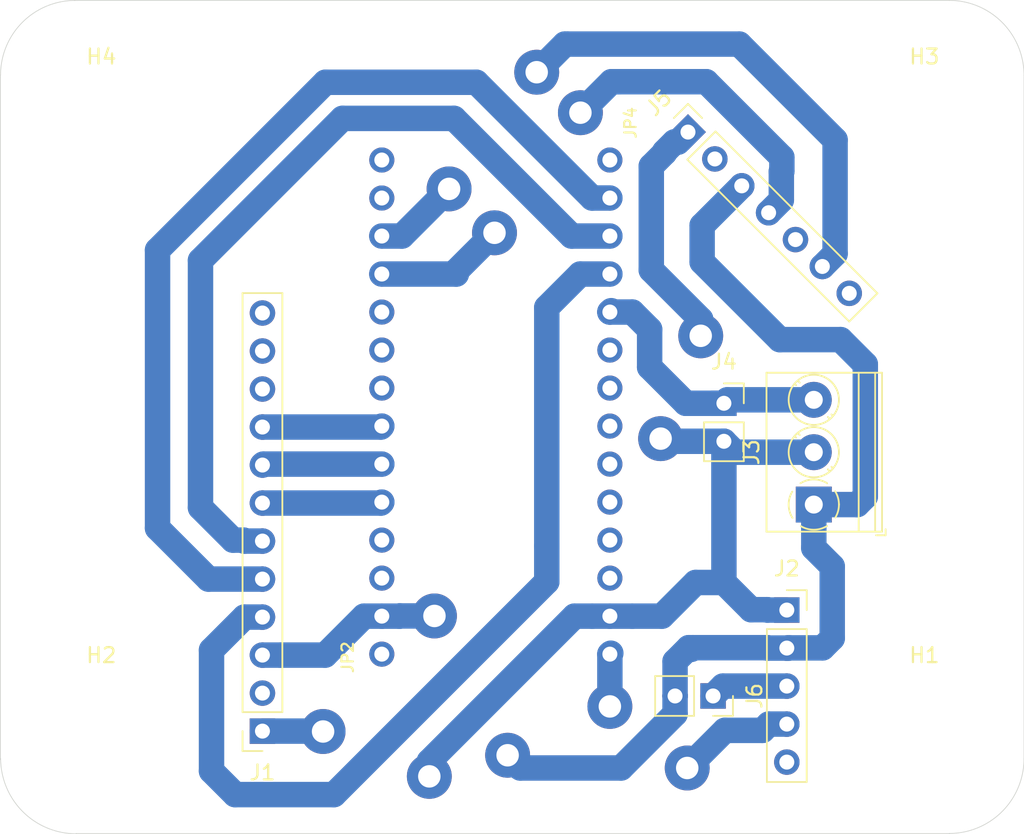
<source format=kicad_pcb>
(kicad_pcb (version 20171130) (host pcbnew 5.0.2-bee76a0~70~ubuntu18.04.1)

  (general
    (thickness 1.6)
    (drawings 8)
    (tracks 141)
    (zones 0)
    (modules 12)
    (nets 14)
  )

  (page A4)
  (layers
    (0 Top signal)
    (1 Route2 signal)
    (2 Route15 signal)
    (31 Bottom signal)
    (32 B.Adhes user)
    (33 F.Adhes user)
    (34 B.Paste user)
    (35 F.Paste user)
    (36 B.SilkS user)
    (37 F.SilkS user)
    (38 B.Mask user)
    (39 F.Mask user)
    (40 Dwgs.User user)
    (41 Cmts.User user)
    (42 Eco1.User user)
    (43 Eco2.User user)
    (44 Edge.Cuts user)
    (45 Margin user)
    (46 B.CrtYd user)
    (47 F.CrtYd user)
    (48 B.Fab user)
    (49 F.Fab user)
  )

  (setup
    (last_trace_width 1.7)
    (user_trace_width 1.7)
    (user_trace_width 3)
    (trace_clearance 0.2)
    (zone_clearance 0.508)
    (zone_45_only no)
    (trace_min 0.2)
    (segment_width 0.2)
    (edge_width 0.05)
    (via_size 0.8)
    (via_drill 0.4)
    (via_min_size 0.4)
    (via_min_drill 0.3)
    (user_via 3 1.5)
    (uvia_size 0.3)
    (uvia_drill 0.1)
    (uvias_allowed no)
    (uvia_min_size 0.2)
    (uvia_min_drill 0.1)
    (pcb_text_width 0.3)
    (pcb_text_size 1.5 1.5)
    (mod_edge_width 0.12)
    (mod_text_size 1 1)
    (mod_text_width 0.15)
    (pad_size 1.524 1.524)
    (pad_drill 0.762)
    (pad_to_mask_clearance 0.051)
    (solder_mask_min_width 0.25)
    (aux_axis_origin 57.4802 89.4842)
    (visible_elements FFFFFF7F)
    (pcbplotparams
      (layerselection 0x01000_fffffff8)
      (usegerberextensions false)
      (usegerberattributes false)
      (usegerberadvancedattributes false)
      (creategerberjobfile false)
      (excludeedgelayer true)
      (linewidth 0.100000)
      (plotframeref false)
      (viasonmask false)
      (mode 1)
      (useauxorigin true)
      (hpglpennumber 1)
      (hpglpenspeed 20)
      (hpglpendiameter 15.000000)
      (psnegative false)
      (psa4output false)
      (plotreference true)
      (plotvalue true)
      (plotinvisibletext false)
      (padsonsilk false)
      (subtractmaskfromsilk false)
      (outputformat 1)
      (mirror false)
      (drillshape 0)
      (scaleselection 1)
      (outputdirectory "milling/"))
  )

  (net 0 "")
  (net 1 GND)
  (net 2 MOSI)
  (net 3 MISO)
  (net 4 SCK)
  (net 5 +3V3)
  (net 6 E_CS)
  (net 7 E_BUSY)
  (net 8 E_~RST)
  (net 9 DRV)
  (net 10 SCL)
  (net 11 SDA)
  (net 12 DELAY)
  (net 13 A5)

  (net_class Default "This is the default net class."
    (clearance 0.2)
    (trace_width 0.25)
    (via_dia 0.8)
    (via_drill 0.4)
    (uvia_dia 0.3)
    (uvia_drill 0.1)
    (add_net +3V3)
    (add_net A5)
    (add_net DELAY)
    (add_net DRV)
    (add_net E_BUSY)
    (add_net E_CS)
    (add_net E_~RST)
    (add_net GND)
    (add_net MISO)
    (add_net MOSI)
    (add_net SCK)
    (add_net SCL)
    (add_net SDA)
  )

  (module ib4:1X14_ROUND70 (layer Top) (tedit 0) (tstamp 5DA2F3C6)
    (at 83.7438 59.7154 90)
    (path /FA93C76E)
    (fp_text reference JP2 (at -17.8562 -1.8288 90) (layer F.SilkS)
      (effects (font (size 0.77216 0.77216) (thickness 0.138988)) (justify left bottom))
    )
    (fp_text value HEADER-1X14 (at -17.78 3.175 90) (layer F.Fab)
      (effects (font (size 0.38608 0.38608) (thickness 0.038608)) (justify left bottom))
    )
    (fp_poly (pts (xy 16.256 0.254) (xy 16.764 0.254) (xy 16.764 -0.254) (xy 16.256 -0.254)) (layer F.Fab) (width 0))
    (fp_poly (pts (xy 13.716 0.254) (xy 14.224 0.254) (xy 14.224 -0.254) (xy 13.716 -0.254)) (layer F.Fab) (width 0))
    (fp_poly (pts (xy 11.176 0.254) (xy 11.684 0.254) (xy 11.684 -0.254) (xy 11.176 -0.254)) (layer F.Fab) (width 0))
    (fp_poly (pts (xy 8.636 0.254) (xy 9.144 0.254) (xy 9.144 -0.254) (xy 8.636 -0.254)) (layer F.Fab) (width 0))
    (fp_poly (pts (xy 6.096 0.254) (xy 6.604 0.254) (xy 6.604 -0.254) (xy 6.096 -0.254)) (layer F.Fab) (width 0))
    (fp_poly (pts (xy -16.764 0.254) (xy -16.256 0.254) (xy -16.256 -0.254) (xy -16.764 -0.254)) (layer F.Fab) (width 0))
    (fp_poly (pts (xy -14.224 0.254) (xy -13.716 0.254) (xy -13.716 -0.254) (xy -14.224 -0.254)) (layer F.Fab) (width 0))
    (fp_poly (pts (xy -11.684 0.254) (xy -11.176 0.254) (xy -11.176 -0.254) (xy -11.684 -0.254)) (layer F.Fab) (width 0))
    (fp_poly (pts (xy -9.144 0.254) (xy -8.636 0.254) (xy -8.636 -0.254) (xy -9.144 -0.254)) (layer F.Fab) (width 0))
    (fp_poly (pts (xy -6.604 0.254) (xy -6.096 0.254) (xy -6.096 -0.254) (xy -6.604 -0.254)) (layer F.Fab) (width 0))
    (fp_poly (pts (xy -4.064 0.254) (xy -3.556 0.254) (xy -3.556 -0.254) (xy -4.064 -0.254)) (layer F.Fab) (width 0))
    (fp_poly (pts (xy -1.524 0.254) (xy -1.016 0.254) (xy -1.016 -0.254) (xy -1.524 -0.254)) (layer F.Fab) (width 0))
    (fp_poly (pts (xy 1.016 0.254) (xy 1.524 0.254) (xy 1.524 -0.254) (xy 1.016 -0.254)) (layer F.Fab) (width 0))
    (fp_poly (pts (xy 3.556 0.254) (xy 4.064 0.254) (xy 4.064 -0.254) (xy 3.556 -0.254)) (layer F.Fab) (width 0))
    (fp_line (start -17.78 -0.635) (end -17.78 0.635) (layer F.Fab) (width 0.2032))
    (pad 14 thru_hole circle (at 16.51 0 180) (size 1.6764 1.6764) (drill 1) (layers *.Cu *.Mask)
      (solder_mask_margin 0.0508))
    (pad 13 thru_hole circle (at 13.97 0 180) (size 1.6764 1.6764) (drill 1) (layers *.Cu *.Mask)
      (solder_mask_margin 0.0508))
    (pad 12 thru_hole circle (at 11.43 0 180) (size 1.6764 1.6764) (drill 1) (layers *.Cu *.Mask)
      (net 11 SDA) (solder_mask_margin 0.0508))
    (pad 11 thru_hole circle (at 8.89 0 180) (size 1.6764 1.6764) (drill 1) (layers *.Cu *.Mask)
      (net 10 SCL) (solder_mask_margin 0.0508))
    (pad 10 thru_hole circle (at 6.35 0 180) (size 1.6764 1.6764) (drill 1) (layers *.Cu *.Mask)
      (solder_mask_margin 0.0508))
    (pad 9 thru_hole circle (at 3.81 0 180) (size 1.6764 1.6764) (drill 1) (layers *.Cu *.Mask)
      (solder_mask_margin 0.0508))
    (pad 8 thru_hole circle (at 1.27 0 180) (size 1.6764 1.6764) (drill 1) (layers *.Cu *.Mask)
      (solder_mask_margin 0.0508))
    (pad 7 thru_hole circle (at -1.27 0 180) (size 1.6764 1.6764) (drill 1) (layers *.Cu *.Mask)
      (net 8 E_~RST) (solder_mask_margin 0.0508))
    (pad 6 thru_hole circle (at -3.81 0 180) (size 1.6764 1.6764) (drill 1) (layers *.Cu *.Mask)
      (net 7 E_BUSY) (solder_mask_margin 0.0508))
    (pad 5 thru_hole circle (at -6.35 0 180) (size 1.6764 1.6764) (drill 1) (layers *.Cu *.Mask)
      (net 6 E_CS) (solder_mask_margin 0.0508))
    (pad 4 thru_hole circle (at -8.89 0 180) (size 1.6764 1.6764) (drill 1) (layers *.Cu *.Mask)
      (solder_mask_margin 0.0508))
    (pad 3 thru_hole circle (at -11.43 0 180) (size 1.6764 1.6764) (drill 1) (layers *.Cu *.Mask)
      (solder_mask_margin 0.0508))
    (pad 2 thru_hole circle (at -13.97 0 180) (size 1.6764 1.6764) (drill 1) (layers *.Cu *.Mask)
      (net 1 GND) (solder_mask_margin 0.0508))
    (pad 1 thru_hole circle (at -16.51 0 180) (size 1.6764 1.6764) (drill 1) (layers *.Cu *.Mask)
      (solder_mask_margin 0.0508))
  )

  (module ib4:1X14_ROUND70 (layer Top) (tedit 0) (tstamp 5DA2F426)
    (at 98.9838 59.7154 270)
    (path /47274FB3)
    (fp_text reference JP4 (at -17.8562 -1.8288 90) (layer F.SilkS)
      (effects (font (size 0.77216 0.77216) (thickness 0.138988)) (justify left bottom))
    )
    (fp_text value HEADER-1X14 (at -17.78 3.175 90) (layer F.Fab)
      (effects (font (size 0.38608 0.38608) (thickness 0.038608)) (justify left bottom))
    )
    (fp_poly (pts (xy 16.256 0.254) (xy 16.764 0.254) (xy 16.764 -0.254) (xy 16.256 -0.254)) (layer F.Fab) (width 0))
    (fp_poly (pts (xy 13.716 0.254) (xy 14.224 0.254) (xy 14.224 -0.254) (xy 13.716 -0.254)) (layer F.Fab) (width 0))
    (fp_poly (pts (xy 11.176 0.254) (xy 11.684 0.254) (xy 11.684 -0.254) (xy 11.176 -0.254)) (layer F.Fab) (width 0))
    (fp_poly (pts (xy 8.636 0.254) (xy 9.144 0.254) (xy 9.144 -0.254) (xy 8.636 -0.254)) (layer F.Fab) (width 0))
    (fp_poly (pts (xy 6.096 0.254) (xy 6.604 0.254) (xy 6.604 -0.254) (xy 6.096 -0.254)) (layer F.Fab) (width 0))
    (fp_poly (pts (xy -16.764 0.254) (xy -16.256 0.254) (xy -16.256 -0.254) (xy -16.764 -0.254)) (layer F.Fab) (width 0))
    (fp_poly (pts (xy -14.224 0.254) (xy -13.716 0.254) (xy -13.716 -0.254) (xy -14.224 -0.254)) (layer F.Fab) (width 0))
    (fp_poly (pts (xy -11.684 0.254) (xy -11.176 0.254) (xy -11.176 -0.254) (xy -11.684 -0.254)) (layer F.Fab) (width 0))
    (fp_poly (pts (xy -9.144 0.254) (xy -8.636 0.254) (xy -8.636 -0.254) (xy -9.144 -0.254)) (layer F.Fab) (width 0))
    (fp_poly (pts (xy -6.604 0.254) (xy -6.096 0.254) (xy -6.096 -0.254) (xy -6.604 -0.254)) (layer F.Fab) (width 0))
    (fp_poly (pts (xy -4.064 0.254) (xy -3.556 0.254) (xy -3.556 -0.254) (xy -4.064 -0.254)) (layer F.Fab) (width 0))
    (fp_poly (pts (xy -1.524 0.254) (xy -1.016 0.254) (xy -1.016 -0.254) (xy -1.524 -0.254)) (layer F.Fab) (width 0))
    (fp_poly (pts (xy 1.016 0.254) (xy 1.524 0.254) (xy 1.524 -0.254) (xy 1.016 -0.254)) (layer F.Fab) (width 0))
    (fp_poly (pts (xy 3.556 0.254) (xy 4.064 0.254) (xy 4.064 -0.254) (xy 3.556 -0.254)) (layer F.Fab) (width 0))
    (fp_line (start -17.78 -0.635) (end -17.78 0.635) (layer F.Fab) (width 0.2032))
    (pad 14 thru_hole circle (at 16.51 0) (size 1.6764 1.6764) (drill 1) (layers *.Cu *.Mask)
      (net 9 DRV) (solder_mask_margin 0.0508))
    (pad 13 thru_hole circle (at 13.97 0) (size 1.6764 1.6764) (drill 1) (layers *.Cu *.Mask)
      (net 5 +3V3) (solder_mask_margin 0.0508))
    (pad 12 thru_hole circle (at 11.43 0) (size 1.6764 1.6764) (drill 1) (layers *.Cu *.Mask)
      (solder_mask_margin 0.0508))
    (pad 11 thru_hole circle (at 8.89 0) (size 1.6764 1.6764) (drill 1) (layers *.Cu *.Mask)
      (solder_mask_margin 0.0508))
    (pad 10 thru_hole circle (at 6.35 0) (size 1.6764 1.6764) (drill 1) (layers *.Cu *.Mask)
      (solder_mask_margin 0.0508))
    (pad 9 thru_hole circle (at 3.81 0) (size 1.6764 1.6764) (drill 1) (layers *.Cu *.Mask)
      (solder_mask_margin 0.0508))
    (pad 8 thru_hole circle (at 1.27 0) (size 1.6764 1.6764) (drill 1) (layers *.Cu *.Mask)
      (solder_mask_margin 0.0508))
    (pad 7 thru_hole circle (at -1.27 0) (size 1.6764 1.6764) (drill 1) (layers *.Cu *.Mask)
      (solder_mask_margin 0.0508))
    (pad 6 thru_hole circle (at -3.81 0) (size 1.6764 1.6764) (drill 1) (layers *.Cu *.Mask)
      (solder_mask_margin 0.0508))
    (pad 5 thru_hole circle (at -6.35 0) (size 1.6764 1.6764) (drill 1) (layers *.Cu *.Mask)
      (net 13 A5) (solder_mask_margin 0.0508))
    (pad 4 thru_hole circle (at -8.89 0) (size 1.6764 1.6764) (drill 1) (layers *.Cu *.Mask)
      (net 4 SCK) (solder_mask_margin 0.0508))
    (pad 3 thru_hole circle (at -11.43 0) (size 1.6764 1.6764) (drill 1) (layers *.Cu *.Mask)
      (net 2 MOSI) (solder_mask_margin 0.0508))
    (pad 2 thru_hole circle (at -13.97 0) (size 1.6764 1.6764) (drill 1) (layers *.Cu *.Mask)
      (net 3 MISO) (solder_mask_margin 0.0508))
    (pad 1 thru_hole circle (at -16.51 0) (size 1.6764 1.6764) (drill 1) (layers *.Cu *.Mask)
      (solder_mask_margin 0.0508))
  )

  (module Connector_PinSocket_2.54mm:PinSocket_1x12_P2.54mm_Vertical (layer Top) (tedit 5A19A41D) (tstamp 5DA2F485)
    (at 75.7682 81.3689 180)
    (descr "Through hole straight socket strip, 1x12, 2.54mm pitch, single row (from Kicad 4.0.7), script generated")
    (tags "Through hole socket strip THT 1x12 2.54mm single row")
    (path /5D953D46)
    (fp_text reference J1 (at 0 -2.77) (layer F.SilkS)
      (effects (font (size 1 1) (thickness 0.15)))
    )
    (fp_text value Conn_01x12_Female (at 0 30.71) (layer F.Fab)
      (effects (font (size 1 1) (thickness 0.15)))
    )
    (fp_line (start -1.27 -1.27) (end 0.635 -1.27) (layer F.Fab) (width 0.1))
    (fp_line (start 0.635 -1.27) (end 1.27 -0.635) (layer F.Fab) (width 0.1))
    (fp_line (start 1.27 -0.635) (end 1.27 29.21) (layer F.Fab) (width 0.1))
    (fp_line (start 1.27 29.21) (end -1.27 29.21) (layer F.Fab) (width 0.1))
    (fp_line (start -1.27 29.21) (end -1.27 -1.27) (layer F.Fab) (width 0.1))
    (fp_line (start -1.33 1.27) (end 1.33 1.27) (layer F.SilkS) (width 0.12))
    (fp_line (start -1.33 1.27) (end -1.33 29.27) (layer F.SilkS) (width 0.12))
    (fp_line (start -1.33 29.27) (end 1.33 29.27) (layer F.SilkS) (width 0.12))
    (fp_line (start 1.33 1.27) (end 1.33 29.27) (layer F.SilkS) (width 0.12))
    (fp_line (start 1.33 -1.33) (end 1.33 0) (layer F.SilkS) (width 0.12))
    (fp_line (start 0 -1.33) (end 1.33 -1.33) (layer F.SilkS) (width 0.12))
    (fp_line (start -1.8 -1.8) (end 1.75 -1.8) (layer F.CrtYd) (width 0.05))
    (fp_line (start 1.75 -1.8) (end 1.75 29.7) (layer F.CrtYd) (width 0.05))
    (fp_line (start 1.75 29.7) (end -1.8 29.7) (layer F.CrtYd) (width 0.05))
    (fp_line (start -1.8 29.7) (end -1.8 -1.8) (layer F.CrtYd) (width 0.05))
    (fp_text user %R (at 0 13.97 90) (layer F.Fab)
      (effects (font (size 1 1) (thickness 0.15)))
    )
    (pad 1 thru_hole rect (at 0 0 180) (size 1.7 1.7) (drill 1) (layers *.Cu *.Mask)
      (net 5 +3V3))
    (pad 2 thru_hole oval (at 0 2.54 180) (size 1.7 1.7) (drill 1) (layers *.Cu *.Mask))
    (pad 3 thru_hole oval (at 0 5.08 180) (size 1.7 1.7) (drill 1) (layers *.Cu *.Mask)
      (net 1 GND))
    (pad 4 thru_hole oval (at 0 7.62 180) (size 1.7 1.7) (drill 1) (layers *.Cu *.Mask)
      (net 4 SCK))
    (pad 5 thru_hole oval (at 0 10.16 180) (size 1.7 1.7) (drill 1) (layers *.Cu *.Mask)
      (net 3 MISO))
    (pad 6 thru_hole oval (at 0 12.7 180) (size 1.7 1.7) (drill 1) (layers *.Cu *.Mask)
      (net 2 MOSI))
    (pad 7 thru_hole oval (at 0 15.24 180) (size 1.7 1.7) (drill 1) (layers *.Cu *.Mask)
      (net 6 E_CS))
    (pad 8 thru_hole oval (at 0 17.78 180) (size 1.7 1.7) (drill 1) (layers *.Cu *.Mask)
      (net 7 E_BUSY))
    (pad 9 thru_hole oval (at 0 20.32 180) (size 1.7 1.7) (drill 1) (layers *.Cu *.Mask)
      (net 8 E_~RST))
    (pad 10 thru_hole oval (at 0 22.86 180) (size 1.7 1.7) (drill 1) (layers *.Cu *.Mask))
    (pad 11 thru_hole oval (at 0 25.4 180) (size 1.7 1.7) (drill 1) (layers *.Cu *.Mask))
    (pad 12 thru_hole oval (at 0 27.94 180) (size 1.7 1.7) (drill 1) (layers *.Cu *.Mask))
    (model ${KISYS3DMOD}/Connector_PinSocket_2.54mm.3dshapes/PinSocket_1x12_P2.54mm_Vertical.wrl
      (at (xyz 0 0 0))
      (scale (xyz 1 1 1))
      (rotate (xyz 0 0 0))
    )
  )

  (module MountingHole:MountingHole_2.7mm_M2.5 (layer Top) (tedit 56D1B4CB) (tstamp 5DA30698)
    (at 120 80)
    (descr "Mounting Hole 2.7mm, no annular, M2.5")
    (tags "mounting hole 2.7mm no annular m2.5")
    (path /5D99EBDD)
    (attr virtual)
    (fp_text reference H1 (at 0 -3.7) (layer F.SilkS)
      (effects (font (size 1 1) (thickness 0.15)))
    )
    (fp_text value MountingHole (at 0 3.7) (layer F.Fab)
      (effects (font (size 1 1) (thickness 0.15)))
    )
    (fp_text user %R (at 0.3 0) (layer F.Fab)
      (effects (font (size 1 1) (thickness 0.15)))
    )
    (fp_circle (center 0 0) (end 2.7 0) (layer Cmts.User) (width 0.15))
    (fp_circle (center 0 0) (end 2.95 0) (layer F.CrtYd) (width 0.05))
    (pad 1 np_thru_hole circle (at 0 0) (size 2.7 2.7) (drill 2.7) (layers *.Cu *.Mask))
  )

  (module MountingHole:MountingHole_2.7mm_M2.5 (layer Top) (tedit 56D1B4CB) (tstamp 5D926E42)
    (at 65 80)
    (descr "Mounting Hole 2.7mm, no annular, M2.5")
    (tags "mounting hole 2.7mm no annular m2.5")
    (path /5D99FC38)
    (attr virtual)
    (fp_text reference H2 (at 0 -3.7) (layer F.SilkS)
      (effects (font (size 1 1) (thickness 0.15)))
    )
    (fp_text value MountingHole (at 0 3.7) (layer F.Fab)
      (effects (font (size 1 1) (thickness 0.15)))
    )
    (fp_circle (center 0 0) (end 2.95 0) (layer F.CrtYd) (width 0.05))
    (fp_circle (center 0 0) (end 2.7 0) (layer Cmts.User) (width 0.15))
    (fp_text user %R (at 0.3 0) (layer F.Fab)
      (effects (font (size 1 1) (thickness 0.15)))
    )
    (pad 1 np_thru_hole circle (at 0 0) (size 2.7 2.7) (drill 2.7) (layers *.Cu *.Mask))
  )

  (module MountingHole:MountingHole_2.7mm_M2.5 (layer Top) (tedit 56D1B4CB) (tstamp 5DA3066C)
    (at 120 40)
    (descr "Mounting Hole 2.7mm, no annular, M2.5")
    (tags "mounting hole 2.7mm no annular m2.5")
    (path /5D99FE70)
    (attr virtual)
    (fp_text reference H3 (at 0 -3.7) (layer F.SilkS)
      (effects (font (size 1 1) (thickness 0.15)))
    )
    (fp_text value MountingHole (at 0 3.7) (layer F.Fab)
      (effects (font (size 1 1) (thickness 0.15)))
    )
    (fp_text user %R (at 0.3 0) (layer F.Fab)
      (effects (font (size 1 1) (thickness 0.15)))
    )
    (fp_circle (center 0 0) (end 2.7 0) (layer Cmts.User) (width 0.15))
    (fp_circle (center 0 0) (end 2.95 0) (layer F.CrtYd) (width 0.05))
    (pad 1 np_thru_hole circle (at 0 0) (size 2.7 2.7) (drill 2.7) (layers *.Cu *.Mask))
  )

  (module MountingHole:MountingHole_2.7mm_M2.5 (layer Top) (tedit 56D1B4CB) (tstamp 5D926E57)
    (at 65 40)
    (descr "Mounting Hole 2.7mm, no annular, M2.5")
    (tags "mounting hole 2.7mm no annular m2.5")
    (path /5D99FFF4)
    (attr virtual)
    (fp_text reference H4 (at 0 -3.7) (layer F.SilkS)
      (effects (font (size 1 1) (thickness 0.15)))
    )
    (fp_text value MountingHole (at 0 3.7) (layer F.Fab)
      (effects (font (size 1 1) (thickness 0.15)))
    )
    (fp_circle (center 0 0) (end 2.95 0) (layer F.CrtYd) (width 0.05))
    (fp_circle (center 0 0) (end 2.7 0) (layer Cmts.User) (width 0.15))
    (fp_text user %R (at 0.3 0) (layer F.Fab)
      (effects (font (size 1 1) (thickness 0.15)))
    )
    (pad 1 np_thru_hole circle (at 0 0) (size 2.7 2.7) (drill 2.7) (layers *.Cu *.Mask))
  )

  (module Connector_PinSocket_2.54mm:PinSocket_1x05_P2.54mm_Vertical (layer Top) (tedit 5A19A420) (tstamp 5DA2F628)
    (at 110.8075 73.279)
    (descr "Through hole straight socket strip, 1x05, 2.54mm pitch, single row (from Kicad 4.0.7), script generated")
    (tags "Through hole socket strip THT 1x05 2.54mm single row")
    (path /5D971FDA)
    (fp_text reference J2 (at 0 -2.77) (layer F.SilkS)
      (effects (font (size 1 1) (thickness 0.15)))
    )
    (fp_text value Conn_01x05_Female (at 0 12.93) (layer F.Fab)
      (effects (font (size 1 1) (thickness 0.15)))
    )
    (fp_line (start -1.27 -1.27) (end 0.635 -1.27) (layer F.Fab) (width 0.1))
    (fp_line (start 0.635 -1.27) (end 1.27 -0.635) (layer F.Fab) (width 0.1))
    (fp_line (start 1.27 -0.635) (end 1.27 11.43) (layer F.Fab) (width 0.1))
    (fp_line (start 1.27 11.43) (end -1.27 11.43) (layer F.Fab) (width 0.1))
    (fp_line (start -1.27 11.43) (end -1.27 -1.27) (layer F.Fab) (width 0.1))
    (fp_line (start -1.33 1.27) (end 1.33 1.27) (layer F.SilkS) (width 0.12))
    (fp_line (start -1.33 1.27) (end -1.33 11.49) (layer F.SilkS) (width 0.12))
    (fp_line (start -1.33 11.49) (end 1.33 11.49) (layer F.SilkS) (width 0.12))
    (fp_line (start 1.33 1.27) (end 1.33 11.49) (layer F.SilkS) (width 0.12))
    (fp_line (start 1.33 -1.33) (end 1.33 0) (layer F.SilkS) (width 0.12))
    (fp_line (start 0 -1.33) (end 1.33 -1.33) (layer F.SilkS) (width 0.12))
    (fp_line (start -1.8 -1.8) (end 1.75 -1.8) (layer F.CrtYd) (width 0.05))
    (fp_line (start 1.75 -1.8) (end 1.75 11.9) (layer F.CrtYd) (width 0.05))
    (fp_line (start 1.75 11.9) (end -1.8 11.9) (layer F.CrtYd) (width 0.05))
    (fp_line (start -1.8 11.9) (end -1.8 -1.8) (layer F.CrtYd) (width 0.05))
    (fp_text user %R (at 0 5.08 90) (layer F.Fab)
      (effects (font (size 1 1) (thickness 0.15)))
    )
    (pad 1 thru_hole rect (at 0 0) (size 1.7 1.7) (drill 1) (layers *.Cu *.Mask)
      (net 5 +3V3))
    (pad 2 thru_hole oval (at 0 2.54) (size 1.7 1.7) (drill 1) (layers *.Cu *.Mask)
      (net 1 GND))
    (pad 3 thru_hole oval (at 0 5.08) (size 1.7 1.7) (drill 1) (layers *.Cu *.Mask)
      (net 12 DELAY))
    (pad 4 thru_hole oval (at 0 7.62) (size 1.7 1.7) (drill 1) (layers *.Cu *.Mask)
      (net 9 DRV))
    (pad 5 thru_hole oval (at 0 10.16) (size 1.7 1.7) (drill 1) (layers *.Cu *.Mask))
    (model ${KISYS3DMOD}/Connector_PinSocket_2.54mm.3dshapes/PinSocket_1x05_P2.54mm_Vertical.wrl
      (at (xyz 0 0 0))
      (scale (xyz 1 1 1))
      (rotate (xyz 0 0 0))
    )
  )

  (module Connector_PinSocket_2.54mm:PinSocket_1x07_P2.54mm_Vertical (layer Top) (tedit 5A19A433) (tstamp 5DA2F53D)
    (at 104.2035 41.3385 45)
    (descr "Through hole straight socket strip, 1x07, 2.54mm pitch, single row (from Kicad 4.0.7), script generated")
    (tags "Through hole socket strip THT 1x07 2.54mm single row")
    (path /5D970FC0)
    (fp_text reference J5 (at 0 -2.77 45) (layer F.SilkS)
      (effects (font (size 1 1) (thickness 0.15)))
    )
    (fp_text value Conn_01x07_Female (at 0 18.01 45) (layer F.Fab)
      (effects (font (size 1 1) (thickness 0.15)))
    )
    (fp_line (start -1.27 -1.27) (end 0.635 -1.27) (layer F.Fab) (width 0.1))
    (fp_line (start 0.635 -1.27) (end 1.27 -0.635) (layer F.Fab) (width 0.1))
    (fp_line (start 1.27 -0.635) (end 1.27 16.51) (layer F.Fab) (width 0.1))
    (fp_line (start 1.27 16.51) (end -1.27 16.51) (layer F.Fab) (width 0.1))
    (fp_line (start -1.27 16.51) (end -1.27 -1.27) (layer F.Fab) (width 0.1))
    (fp_line (start -1.33 1.27) (end 1.33 1.27) (layer F.SilkS) (width 0.12))
    (fp_line (start -1.33 1.27) (end -1.33 16.57) (layer F.SilkS) (width 0.12))
    (fp_line (start -1.33 16.57) (end 1.33 16.57) (layer F.SilkS) (width 0.12))
    (fp_line (start 1.33 1.27) (end 1.33 16.57) (layer F.SilkS) (width 0.12))
    (fp_line (start 1.33 -1.33) (end 1.33 0) (layer F.SilkS) (width 0.12))
    (fp_line (start 0 -1.33) (end 1.33 -1.33) (layer F.SilkS) (width 0.12))
    (fp_line (start -1.8 -1.8) (end 1.75 -1.8) (layer F.CrtYd) (width 0.05))
    (fp_line (start 1.75 -1.8) (end 1.75 17) (layer F.CrtYd) (width 0.05))
    (fp_line (start 1.75 17) (end -1.8 17) (layer F.CrtYd) (width 0.05))
    (fp_line (start -1.8 17) (end -1.8 -1.8) (layer F.CrtYd) (width 0.05))
    (fp_text user %R (at 0 7.62 135) (layer F.Fab)
      (effects (font (size 1 1) (thickness 0.15)))
    )
    (pad 1 thru_hole rect (at 0 0 45) (size 1.7 1.7) (drill 1) (layers *.Cu *.Mask)
      (net 5 +3V3))
    (pad 2 thru_hole oval (at 0 2.54 45) (size 1.7 1.7) (drill 1) (layers *.Cu *.Mask))
    (pad 3 thru_hole oval (at 0 5.08 45) (size 1.7 1.7) (drill 1) (layers *.Cu *.Mask)
      (net 1 GND))
    (pad 4 thru_hole oval (at 0 7.62 45) (size 1.7 1.7) (drill 1) (layers *.Cu *.Mask)
      (net 10 SCL))
    (pad 5 thru_hole oval (at 0 10.16 45) (size 1.7 1.7) (drill 1) (layers *.Cu *.Mask))
    (pad 6 thru_hole oval (at 0 12.7 45) (size 1.7 1.7) (drill 1) (layers *.Cu *.Mask)
      (net 11 SDA))
    (pad 7 thru_hole oval (at 0 15.24 45) (size 1.7 1.7) (drill 1) (layers *.Cu *.Mask))
    (model ${KISYS3DMOD}/Connector_PinSocket_2.54mm.3dshapes/PinSocket_1x07_P2.54mm_Vertical.wrl
      (at (xyz 0 0 0))
      (scale (xyz 1 1 1))
      (rotate (xyz 0 0 0))
    )
  )

  (module Connector_PinSocket_2.54mm:PinSocket_1x02_P2.54mm_Vertical (layer Top) (tedit 5A19A420) (tstamp 5DA2ECC8)
    (at 105.8799 79.0194 270)
    (descr "Through hole straight socket strip, 1x02, 2.54mm pitch, single row (from Kicad 4.0.7), script generated")
    (tags "Through hole socket strip THT 1x02 2.54mm single row")
    (path /5D974800)
    (fp_text reference J6 (at 0 -2.77 270) (layer F.SilkS)
      (effects (font (size 1 1) (thickness 0.15)))
    )
    (fp_text value Conn_01x02_Female (at 0 5.31 270) (layer F.Fab)
      (effects (font (size 1 1) (thickness 0.15)))
    )
    (fp_text user %R (at 0 1.27) (layer F.Fab)
      (effects (font (size 1 1) (thickness 0.15)))
    )
    (fp_line (start -1.8 4.3) (end -1.8 -1.8) (layer F.CrtYd) (width 0.05))
    (fp_line (start 1.75 4.3) (end -1.8 4.3) (layer F.CrtYd) (width 0.05))
    (fp_line (start 1.75 -1.8) (end 1.75 4.3) (layer F.CrtYd) (width 0.05))
    (fp_line (start -1.8 -1.8) (end 1.75 -1.8) (layer F.CrtYd) (width 0.05))
    (fp_line (start 0 -1.33) (end 1.33 -1.33) (layer F.SilkS) (width 0.12))
    (fp_line (start 1.33 -1.33) (end 1.33 0) (layer F.SilkS) (width 0.12))
    (fp_line (start 1.33 1.27) (end 1.33 3.87) (layer F.SilkS) (width 0.12))
    (fp_line (start -1.33 3.87) (end 1.33 3.87) (layer F.SilkS) (width 0.12))
    (fp_line (start -1.33 1.27) (end -1.33 3.87) (layer F.SilkS) (width 0.12))
    (fp_line (start -1.33 1.27) (end 1.33 1.27) (layer F.SilkS) (width 0.12))
    (fp_line (start -1.27 3.81) (end -1.27 -1.27) (layer F.Fab) (width 0.1))
    (fp_line (start 1.27 3.81) (end -1.27 3.81) (layer F.Fab) (width 0.1))
    (fp_line (start 1.27 -0.635) (end 1.27 3.81) (layer F.Fab) (width 0.1))
    (fp_line (start 0.635 -1.27) (end 1.27 -0.635) (layer F.Fab) (width 0.1))
    (fp_line (start -1.27 -1.27) (end 0.635 -1.27) (layer F.Fab) (width 0.1))
    (pad 2 thru_hole oval (at 0 2.54 270) (size 1.7 1.7) (drill 1) (layers *.Cu *.Mask)
      (net 1 GND))
    (pad 1 thru_hole rect (at 0 0 270) (size 1.7 1.7) (drill 1) (layers *.Cu *.Mask)
      (net 12 DELAY))
    (model ${KISYS3DMOD}/Connector_PinSocket_2.54mm.3dshapes/PinSocket_1x02_P2.54mm_Vertical.wrl
      (at (xyz 0 0 0))
      (scale (xyz 1 1 1))
      (rotate (xyz 0 0 0))
    )
  )

  (module TerminalBlock_Phoenix:TerminalBlock_Phoenix_PT-1,5-3-3.5-H_1x03_P3.50mm_Horizontal (layer Top) (tedit 5B294F3F) (tstamp 5DA30136)
    (at 112.6109 66.2305 90)
    (descr "Terminal Block Phoenix PT-1,5-3-3.5-H, 3 pins, pitch 3.5mm, size 10.5x7.6mm^2, drill diamater 1.2mm, pad diameter 2.4mm, see , script-generated using https://github.com/pointhi/kicad-footprint-generator/scripts/TerminalBlock_Phoenix")
    (tags "THT Terminal Block Phoenix PT-1,5-3-3.5-H pitch 3.5mm size 10.5x7.6mm^2 drill 1.2mm pad 2.4mm")
    (path /5D96686D)
    (fp_text reference J3 (at 3.5 -4.16 90) (layer F.SilkS)
      (effects (font (size 1 1) (thickness 0.15)))
    )
    (fp_text value Conn_01x03_Female (at 3.5 5.56 90) (layer F.Fab)
      (effects (font (size 1 1) (thickness 0.15)))
    )
    (fp_arc (start 0 0) (end 0 1.68) (angle -32) (layer F.SilkS) (width 0.12))
    (fp_arc (start 0 0) (end 1.425 0.891) (angle -64) (layer F.SilkS) (width 0.12))
    (fp_arc (start 0 0) (end 0.866 -1.44) (angle -63) (layer F.SilkS) (width 0.12))
    (fp_arc (start 0 0) (end -1.44 -0.866) (angle -63) (layer F.SilkS) (width 0.12))
    (fp_arc (start 0 0) (end -0.866 1.44) (angle -32) (layer F.SilkS) (width 0.12))
    (fp_circle (center 0 0) (end 1.5 0) (layer F.Fab) (width 0.1))
    (fp_circle (center 3.5 0) (end 5 0) (layer F.Fab) (width 0.1))
    (fp_circle (center 3.5 0) (end 5.18 0) (layer F.SilkS) (width 0.12))
    (fp_circle (center 7 0) (end 8.5 0) (layer F.Fab) (width 0.1))
    (fp_circle (center 7 0) (end 8.68 0) (layer F.SilkS) (width 0.12))
    (fp_line (start -1.75 -3.1) (end 8.75 -3.1) (layer F.Fab) (width 0.1))
    (fp_line (start 8.75 -3.1) (end 8.75 4.5) (layer F.Fab) (width 0.1))
    (fp_line (start 8.75 4.5) (end -1.35 4.5) (layer F.Fab) (width 0.1))
    (fp_line (start -1.35 4.5) (end -1.75 4.1) (layer F.Fab) (width 0.1))
    (fp_line (start -1.75 4.1) (end -1.75 -3.1) (layer F.Fab) (width 0.1))
    (fp_line (start -1.75 4.1) (end 8.75 4.1) (layer F.Fab) (width 0.1))
    (fp_line (start -1.81 4.1) (end 8.81 4.1) (layer F.SilkS) (width 0.12))
    (fp_line (start -1.75 3) (end 8.75 3) (layer F.Fab) (width 0.1))
    (fp_line (start -1.81 3) (end 8.81 3) (layer F.SilkS) (width 0.12))
    (fp_line (start -1.81 -3.16) (end 8.81 -3.16) (layer F.SilkS) (width 0.12))
    (fp_line (start -1.81 4.56) (end 8.81 4.56) (layer F.SilkS) (width 0.12))
    (fp_line (start -1.81 -3.16) (end -1.81 4.56) (layer F.SilkS) (width 0.12))
    (fp_line (start 8.81 -3.16) (end 8.81 4.56) (layer F.SilkS) (width 0.12))
    (fp_line (start 1.138 -0.955) (end -0.955 1.138) (layer F.Fab) (width 0.1))
    (fp_line (start 0.955 -1.138) (end -1.138 0.955) (layer F.Fab) (width 0.1))
    (fp_line (start 4.638 -0.955) (end 2.546 1.138) (layer F.Fab) (width 0.1))
    (fp_line (start 4.455 -1.138) (end 2.363 0.955) (layer F.Fab) (width 0.1))
    (fp_line (start 4.775 -1.069) (end 4.646 -0.941) (layer F.SilkS) (width 0.12))
    (fp_line (start 2.525 1.181) (end 2.431 1.274) (layer F.SilkS) (width 0.12))
    (fp_line (start 4.57 -1.275) (end 4.476 -1.181) (layer F.SilkS) (width 0.12))
    (fp_line (start 2.355 0.941) (end 2.226 1.069) (layer F.SilkS) (width 0.12))
    (fp_line (start 8.138 -0.955) (end 6.046 1.138) (layer F.Fab) (width 0.1))
    (fp_line (start 7.955 -1.138) (end 5.863 0.955) (layer F.Fab) (width 0.1))
    (fp_line (start 8.275 -1.069) (end 8.146 -0.941) (layer F.SilkS) (width 0.12))
    (fp_line (start 6.025 1.181) (end 5.931 1.274) (layer F.SilkS) (width 0.12))
    (fp_line (start 8.07 -1.275) (end 7.976 -1.181) (layer F.SilkS) (width 0.12))
    (fp_line (start 5.855 0.941) (end 5.726 1.069) (layer F.SilkS) (width 0.12))
    (fp_line (start -2.05 4.16) (end -2.05 4.8) (layer F.SilkS) (width 0.12))
    (fp_line (start -2.05 4.8) (end -1.65 4.8) (layer F.SilkS) (width 0.12))
    (fp_line (start -2.25 -3.6) (end -2.25 5) (layer F.CrtYd) (width 0.05))
    (fp_line (start -2.25 5) (end 9.25 5) (layer F.CrtYd) (width 0.05))
    (fp_line (start 9.25 5) (end 9.25 -3.6) (layer F.CrtYd) (width 0.05))
    (fp_line (start 9.25 -3.6) (end -2.25 -3.6) (layer F.CrtYd) (width 0.05))
    (fp_text user %R (at 3.5 2.4 90) (layer F.Fab)
      (effects (font (size 1 1) (thickness 0.15)))
    )
    (pad 1 thru_hole rect (at 0 0 90) (size 2.4 2.4) (drill 1.2) (layers *.Cu *.Mask)
      (net 1 GND))
    (pad 2 thru_hole circle (at 3.5 0 90) (size 2.4 2.4) (drill 1.2) (layers *.Cu *.Mask)
      (net 5 +3V3))
    (pad 3 thru_hole circle (at 7 0 90) (size 2.4 2.4) (drill 1.2) (layers *.Cu *.Mask)
      (net 13 A5))
    (model ${KISYS3DMOD}/TerminalBlock_Phoenix.3dshapes/TerminalBlock_Phoenix_PT-1,5-3-3.5-H_1x03_P3.50mm_Horizontal.wrl
      (at (xyz 0 0 0))
      (scale (xyz 1 1 1))
      (rotate (xyz 0 0 0))
    )
  )

  (module Connector_PinSocket_2.54mm:PinSocket_1x02_P2.54mm_Vertical (layer Top) (tedit 5A19A420) (tstamp 5DA2FA46)
    (at 106.6038 59.4614)
    (descr "Through hole straight socket strip, 1x02, 2.54mm pitch, single row (from Kicad 4.0.7), script generated")
    (tags "Through hole socket strip THT 1x02 2.54mm single row")
    (path /5D96990D)
    (fp_text reference J4 (at 0 -2.77) (layer F.SilkS)
      (effects (font (size 1 1) (thickness 0.15)))
    )
    (fp_text value Conn_01x02_Female (at 0 5.31) (layer F.Fab)
      (effects (font (size 1 1) (thickness 0.15)))
    )
    (fp_line (start -1.27 -1.27) (end 0.635 -1.27) (layer F.Fab) (width 0.1))
    (fp_line (start 0.635 -1.27) (end 1.27 -0.635) (layer F.Fab) (width 0.1))
    (fp_line (start 1.27 -0.635) (end 1.27 3.81) (layer F.Fab) (width 0.1))
    (fp_line (start 1.27 3.81) (end -1.27 3.81) (layer F.Fab) (width 0.1))
    (fp_line (start -1.27 3.81) (end -1.27 -1.27) (layer F.Fab) (width 0.1))
    (fp_line (start -1.33 1.27) (end 1.33 1.27) (layer F.SilkS) (width 0.12))
    (fp_line (start -1.33 1.27) (end -1.33 3.87) (layer F.SilkS) (width 0.12))
    (fp_line (start -1.33 3.87) (end 1.33 3.87) (layer F.SilkS) (width 0.12))
    (fp_line (start 1.33 1.27) (end 1.33 3.87) (layer F.SilkS) (width 0.12))
    (fp_line (start 1.33 -1.33) (end 1.33 0) (layer F.SilkS) (width 0.12))
    (fp_line (start 0 -1.33) (end 1.33 -1.33) (layer F.SilkS) (width 0.12))
    (fp_line (start -1.8 -1.8) (end 1.75 -1.8) (layer F.CrtYd) (width 0.05))
    (fp_line (start 1.75 -1.8) (end 1.75 4.3) (layer F.CrtYd) (width 0.05))
    (fp_line (start 1.75 4.3) (end -1.8 4.3) (layer F.CrtYd) (width 0.05))
    (fp_line (start -1.8 4.3) (end -1.8 -1.8) (layer F.CrtYd) (width 0.05))
    (fp_text user %R (at 0 1.27 90) (layer F.Fab)
      (effects (font (size 1 1) (thickness 0.15)))
    )
    (pad 1 thru_hole rect (at 0 0) (size 1.7 1.7) (drill 1) (layers *.Cu *.Mask)
      (net 13 A5))
    (pad 2 thru_hole oval (at 0 2.54) (size 1.7 1.7) (drill 1) (layers *.Cu *.Mask)
      (net 5 +3V3))
    (model ${KISYS3DMOD}/Connector_PinSocket_2.54mm.3dshapes/PinSocket_1x02_P2.54mm_Vertical.wrl
      (at (xyz 0 0 0))
      (scale (xyz 1 1 1))
      (rotate (xyz 0 0 0))
    )
  )

  (gr_line (start 126.6571 37.5539) (end 126.6571 83.235945) (layer Edge.Cuts) (width 0.05))
  (gr_line (start 58.2549 37.5412) (end 58.2549 83.2612) (layer Edge.Cuts) (width 0.05))
  (gr_line (start 121.6914 88.2142) (end 63.3095 88.2142) (layer Edge.Cuts) (width 0.05))
  (gr_line (start 63.1952 32.5374) (end 121.666 32.5374) (layer Edge.Cuts) (width 0.05))
  (gr_arc (start 63.3208 83.177633) (end 58.271533 83.204433) (angle -90) (layer Edge.Cuts) (width 0.05))
  (gr_arc (start 121.661333 83.2104) (end 121.661333 88.206167) (angle -90) (layer Edge.Cuts) (width 0.05))
  (gr_arc (start 121.653155 37.541345) (end 126.6571 37.541345) (angle -90) (layer Edge.Cuts) (width 0.05))
  (gr_arc (start 63.253834 37.5285) (end 63.253834 32.542266) (angle -90) (layer Edge.Cuts) (width 0.05))

  (segment (start 79.954907 76.2889) (end 76.970281 76.2889) (width 1.7) (layer Bottom) (net 1) (tstamp 5DA2F5AB))
  (segment (start 82.558407 73.6854) (end 79.954907 76.2889) (width 1.7) (layer Bottom) (net 1) (tstamp 5DA2F5C9))
  (segment (start 83.7438 73.6854) (end 82.558407 73.6854) (width 1.7) (layer Bottom) (net 1) (tstamp 5DA2F4E2) (status 10))
  (segment (start 74.502619 68.6054) (end 73.7997 68.6054) (width 1.7) (layer Bottom) (net 2) (tstamp 5DA2F37A))
  (segment (start 73.7997 68.6054) (end 71.628 66.4337) (width 1.7) (layer Bottom) (net 2) (tstamp 5DA2F4E5))
  (segment (start 71.628 66.4337) (end 71.628 49.911) (width 1.7) (layer Bottom) (net 2) (tstamp 5DA2F5A2))
  (segment (start 71.628 49.911) (end 81.1149 40.4241) (width 1.7) (layer Bottom) (net 2) (tstamp 5DA2F5D8))
  (segment (start 81.1149 40.4241) (end 88.5698 40.4241) (width 1.7) (layer Bottom) (net 2) (tstamp 5DA2F5A8))
  (segment (start 96.4311 48.2854) (end 98.9838 48.2854) (width 1.7) (layer Bottom) (net 2) (tstamp 5DA2F383) (status 20))
  (segment (start 88.5698 40.4241) (end 96.4311 48.2854) (width 1.7) (layer Bottom) (net 2) (tstamp 5DA2F398))
  (segment (start 99.0753 53.2739) (end 98.9838 53.3654) (width 1.7) (layer Bottom) (net 13) (tstamp 5DA2F4D3) (status 30))
  (segment (start 83.7438 73.6854) (end 84.929193 73.6854) (width 1.7) (layer Bottom) (net 1) (tstamp 5DA2F5E4) (status 10))
  (via (at 87.2617 73.6727) (size 3) (drill 1.5) (layers Top Bottom) (net 1) (tstamp 5DA2F5FC))
  (segment (start 76.970281 76.2889) (end 75.7682 76.2889) (width 1.7) (layer Bottom) (net 1) (tstamp 5DA2F4F7) (status 20))
  (segment (start 84.941893 73.6727) (end 87.2617 73.6727) (width 1.7) (layer Bottom) (net 1))
  (segment (start 84.929193 73.6854) (end 84.941893 73.6727) (width 1.7) (layer Bottom) (net 1))
  (segment (start 104.5337 75.7936) (end 104.4194 75.9079) (width 1.7) (layer Bottom) (net 1))
  (segment (start 109.4867 75.7936) (end 104.5337 75.7936) (width 1.7) (layer Bottom) (net 1))
  (segment (start 104.5337 75.7936) (end 104.2543 75.7936) (width 1.7) (layer Bottom) (net 1))
  (segment (start 103.3399 76.708) (end 103.3399 79.0194) (width 1.7) (layer Bottom) (net 1) (status 20))
  (segment (start 104.2543 75.7936) (end 103.3399 76.708) (width 1.7) (layer Bottom) (net 1))
  (segment (start 103.3399 80.221481) (end 99.728681 83.8327) (width 1.7) (layer Bottom) (net 1))
  (segment (start 103.3399 79.0194) (end 103.3399 80.221481) (width 1.7) (layer Bottom) (net 1) (status 10))
  (via (at 92.1512 82.9818) (size 3) (drill 1.5) (layers Top Bottom) (net 1))
  (segment (start 99.728681 83.8327) (end 93.0021 83.8327) (width 1.7) (layer Bottom) (net 1))
  (segment (start 93.0021 83.8327) (end 92.1512 82.9818) (width 1.7) (layer Bottom) (net 1))
  (segment (start 110.954519 75.819) (end 110.967219 75.8063) (width 1.7) (layer Bottom) (net 1) (status 30))
  (segment (start 110.8075 75.819) (end 110.954519 75.819) (width 1.7) (layer Bottom) (net 1) (status 30))
  (segment (start 110.967219 75.8063) (end 113.1951 75.8063) (width 1.7) (layer Bottom) (net 1) (status 10))
  (segment (start 113.1951 75.8063) (end 113.8428 75.1586) (width 1.7) (layer Bottom) (net 1))
  (segment (start 112.6109 69.1305) (end 112.6109 66.2305) (width 1.7) (layer Bottom) (net 1) (status 20))
  (segment (start 113.8428 70.3624) (end 112.6109 69.1305) (width 1.7) (layer Bottom) (net 1))
  (segment (start 113.8428 75.1586) (end 113.8428 70.3624) (width 1.7) (layer Bottom) (net 1))
  (segment (start 115.5109 66.2305) (end 112.6109 66.2305) (width 1.7) (layer Bottom) (net 1) (status 20))
  (segment (start 116.0526 65.6888) (end 115.5109 66.2305) (width 1.7) (layer Bottom) (net 1))
  (segment (start 116.0526 56.8579) (end 116.0526 65.6888) (width 1.7) (layer Bottom) (net 1))
  (segment (start 105.149552 50.018852) (end 110.3376 55.2069) (width 1.7) (layer Bottom) (net 1))
  (segment (start 114.4016 55.2069) (end 116.0526 56.8579) (width 1.7) (layer Bottom) (net 1))
  (segment (start 110.3376 55.2069) (end 114.4016 55.2069) (width 1.7) (layer Bottom) (net 1))
  (segment (start 109.5121 75.819) (end 109.4867 75.7936) (width 1.7) (layer Bottom) (net 1))
  (segment (start 110.8075 75.819) (end 109.5121 75.819) (width 1.7) (layer Bottom) (net 1) (status 10))
  (segment (start 74.566119 68.6689) (end 74.502619 68.6054) (width 1.7) (layer Bottom) (net 2) (tstamp 5DA2F5CF))
  (segment (start 75.7682 68.6689) (end 74.566119 68.6689) (width 1.7) (layer Bottom) (net 2) (tstamp 5DA2F4C7) (status 10))
  (segment (start 97.798407 45.7454) (end 98.9838 45.7454) (width 1.7) (layer Bottom) (net 3) (tstamp 5DA2F5AE) (status 20))
  (segment (start 72.1614 71.2089) (end 68.7578 67.8053) (width 1.7) (layer Bottom) (net 3) (tstamp 5DA2F5D5))
  (segment (start 75.7682 71.2089) (end 72.1614 71.2089) (width 1.7) (layer Bottom) (net 3) (tstamp 5DA2F4C4) (status 10))
  (segment (start 79.9719 38.0111) (end 90.064107 38.0111) (width 1.7) (layer Bottom) (net 3) (tstamp 5DA2F5F9))
  (segment (start 68.7578 67.8053) (end 68.7578 49.2252) (width 1.7) (layer Bottom) (net 3) (tstamp 5DA2F5F6))
  (segment (start 68.7578 49.2252) (end 79.9719 38.0111) (width 1.7) (layer Bottom) (net 3) (tstamp 5DA2F59C))
  (segment (start 90.064107 38.0111) (end 97.798407 45.7454) (width 1.7) (layer Bottom) (net 3) (tstamp 5DA2F5D2))
  (segment (start 94.7674 53.0606) (end 97.0026 50.8254) (width 1.7) (layer Bottom) (net 4))
  (segment (start 97.0026 50.8254) (end 98.9838 50.8254) (width 1.7) (layer Bottom) (net 4) (status 20))
  (segment (start 74.566119 73.7489) (end 72.3646 75.950419) (width 1.7) (layer Bottom) (net 4))
  (segment (start 75.7682 73.7489) (end 74.566119 73.7489) (width 1.7) (layer Bottom) (net 4) (status 10))
  (segment (start 72.3646 84.0359) (end 73.9394 85.6107) (width 1.7) (layer Bottom) (net 4))
  (segment (start 72.3646 75.950419) (end 72.3646 84.0359) (width 1.7) (layer Bottom) (net 4))
  (segment (start 73.9394 85.6107) (end 80.5434 85.6107) (width 1.7) (layer Bottom) (net 4))
  (segment (start 94.7674 71.3867) (end 94.7674 68.9864) (width 1.7) (layer Bottom) (net 4))
  (segment (start 80.5434 85.6107) (end 94.7674 71.3867) (width 1.7) (layer Bottom) (net 4))
  (segment (start 94.7674 68.9864) (end 94.7674 53.0606) (width 1.7) (layer Bottom) (net 4))
  (via (at 79.8195 81.3943) (size 3) (drill 1.5) (layers Top Bottom) (net 5) (tstamp 5DA2F5EA))
  (segment (start 98.9838 73.6854) (end 97.798407 73.6854) (width 1.7) (layer Bottom) (net 5) (tstamp 5DA2F602) (status 10))
  (segment (start 79.7941 81.3689) (end 79.8195 81.3943) (width 1.7) (layer Bottom) (net 5))
  (segment (start 75.7682 81.3689) (end 79.7941 81.3689) (width 1.7) (layer Bottom) (net 5) (status 10))
  (segment (start 97.798407 73.6854) (end 96.6216 73.6854) (width 1.7) (layer Bottom) (net 5))
  (via (at 86.9188 84.3915) (size 3) (drill 1.5) (layers Top Bottom) (net 5))
  (segment (start 96.6216 73.6854) (end 86.9188 83.3882) (width 1.7) (layer Bottom) (net 5))
  (segment (start 86.9188 83.3882) (end 86.9188 84.3915) (width 1.7) (layer Bottom) (net 5))
  (segment (start 100.4824 73.6854) (end 98.9838 73.6854) (width 1.7) (layer Bottom) (net 5) (status 20))
  (segment (start 109.4867 73.2536) (end 108.4199 73.2536) (width 1.7) (layer Bottom) (net 5))
  (segment (start 106.6038 71.4375) (end 106.6038 62.0014) (width 1.7) (layer Bottom) (net 5) (status 20))
  (segment (start 108.4199 73.2536) (end 106.6038 71.4375) (width 1.7) (layer Bottom) (net 5))
  (segment (start 107.3329 62.7305) (end 106.6038 62.0014) (width 1.7) (layer Bottom) (net 5) (status 30))
  (segment (start 112.6109 62.7305) (end 107.3329 62.7305) (width 1.7) (layer Bottom) (net 5) (status 30))
  (via (at 102.3747 61.8236) (size 3) (drill 1.5) (layers Top Bottom) (net 5))
  (segment (start 106.6038 62.0014) (end 102.5525 62.0014) (width 1.7) (layer Bottom) (net 5) (status 10))
  (segment (start 102.5525 62.0014) (end 102.3747 61.8236) (width 1.7) (layer Bottom) (net 5))
  (via (at 105.0544 54.9529) (size 3) (drill 1.5) (layers Top Bottom) (net 5))
  (segment (start 101.7524 50.5587) (end 105.0544 53.8607) (width 1.7) (layer Bottom) (net 5))
  (segment (start 101.7524 43.6118) (end 101.7524 50.5587) (width 1.7) (layer Bottom) (net 5))
  (segment (start 102.642749 42.721451) (end 101.7524 43.6118) (width 1.7) (layer Bottom) (net 5))
  (segment (start 103.3145 41.9862) (end 102.642749 42.657951) (width 1.7) (layer Bottom) (net 5))
  (segment (start 105.0544 53.8607) (end 105.0544 54.9529) (width 1.7) (layer Bottom) (net 5))
  (segment (start 102.642749 42.657951) (end 102.642749 42.721451) (width 1.7) (layer Bottom) (net 5))
  (segment (start 103.290449 42.010251) (end 102.642749 42.657951) (width 1.7) (layer Bottom) (net 5))
  (segment (start 103.531749 42.010251) (end 103.290449 42.010251) (width 1.7) (layer Bottom) (net 5))
  (segment (start 104.2035 41.3385) (end 103.531749 42.010251) (width 1.7) (layer Bottom) (net 5) (status 10))
  (segment (start 109.5121 73.279) (end 109.4867 73.2536) (width 1.7) (layer Bottom) (net 5))
  (segment (start 110.8075 73.279) (end 109.5121 73.279) (width 1.7) (layer Bottom) (net 5) (status 10))
  (segment (start 106.6038 71.4375) (end 104.7115 71.4375) (width 1.7) (layer Bottom) (net 5))
  (segment (start 102.4636 73.6854) (end 100.4824 73.6854) (width 1.7) (layer Bottom) (net 5))
  (segment (start 104.7115 71.4375) (end 102.4636 73.6854) (width 1.7) (layer Bottom) (net 5))
  (segment (start 83.6803 66.1289) (end 83.7438 66.0654) (width 1.7) (layer Bottom) (net 6) (tstamp 5DA2F506) (status 30))
  (segment (start 75.7682 66.1289) (end 83.6803 66.1289) (width 1.7) (layer Bottom) (net 6) (tstamp 5DA2F50C) (status 30))
  (segment (start 75.8317 63.5254) (end 75.7682 63.5889) (width 1.7) (layer Bottom) (net 7) (tstamp 5DA2F38F) (status 30))
  (segment (start 83.7438 63.5254) (end 75.8317 63.5254) (width 1.7) (layer Bottom) (net 7) (tstamp 5DA2F668) (status 30))
  (segment (start 83.6803 61.0489) (end 83.7438 60.9854) (width 1.7) (layer Bottom) (net 8) (tstamp 5DA2F4D9) (status 30))
  (segment (start 75.7682 61.0489) (end 83.6803 61.0489) (width 1.7) (layer Bottom) (net 8) (tstamp 5DA2F65C) (status 30))
  (segment (start 99.0473 76.1619) (end 98.9838 76.2254) (width 1.7) (layer Bottom) (net 9) (tstamp 5DA2F593) (status 30))
  (segment (start 98.9838 78.8416) (end 98.9838 76.2254) (width 1.7) (layer Bottom) (net 9) (status 20))
  (segment (start 98.9838 79.7179) (end 98.9838 78.8416) (width 1.7) (layer Bottom) (net 9))
  (via (at 98.9838 79.7179) (size 3) (drill 1.5) (layers Top Bottom) (net 9))
  (segment (start 109.605419 80.899) (end 109.186319 81.3181) (width 1.7) (layer Bottom) (net 9))
  (segment (start 110.8075 80.899) (end 109.605419 80.899) (width 1.7) (layer Bottom) (net 9) (status 10))
  (via (at 104.1527 83.8327) (size 3) (drill 1.5) (layers Top Bottom) (net 9))
  (segment (start 109.186319 81.3181) (end 106.6673 81.3181) (width 1.7) (layer Bottom) (net 9))
  (segment (start 106.6673 81.3181) (end 104.1527 83.8327) (width 1.7) (layer Bottom) (net 9))
  (segment (start 83.7438 50.8254) (end 88.7222 50.8254) (width 1.7) (layer Bottom) (net 10) (tstamp 5DA2F3A4) (status 10))
  (via (at 91.2749 48.0695) (size 3) (drill 1.5) (layers Top Bottom) (net 10) (tstamp 5DA2F36B))
  (segment (start 88.7222 50.8254) (end 88.7222 50.6222) (width 1.7) (layer Bottom) (net 10) (tstamp 5DA2F518))
  (segment (start 88.7222 50.6222) (end 91.2749 48.0695) (width 1.7) (layer Bottom) (net 10) (tstamp 5DA2F59F))
  (via (at 88.2396 45.1358) (size 3) (drill 1.5) (layers Top Bottom) (net 11) (tstamp 5DA2F4CA))
  (segment (start 83.7438 48.2854) (end 85.09 48.2854) (width 1.7) (layer Bottom) (net 11) (tstamp 5DA2F51B) (status 10))
  (segment (start 85.09 48.2854) (end 88.2396 45.1358) (width 1.7) (layer Bottom) (net 11) (tstamp 5DA2F575))
  (segment (start 105.149552 47.576652) (end 107.795602 44.930602) (width 1.7) (layer Bottom) (net 1))
  (segment (start 105.149552 50.018852) (end 105.149552 47.576652) (width 1.7) (layer Bottom) (net 1))
  (segment (start 110.441653 45.876655) (end 110.441653 43.977647) (width 1.7) (layer Bottom) (net 10))
  (segment (start 109.591654 46.726654) (end 110.441653 45.876655) (width 1.7) (layer Bottom) (net 10))
  (segment (start 110.441653 43.977647) (end 110.4773 43.942) (width 1.7) (layer Bottom) (net 10))
  (segment (start 110.4773 43.942) (end 110.4773 43.0276) (width 1.7) (layer Bottom) (net 10))
  (segment (start 110.4773 43.0276) (end 105.4227 37.973) (width 1.7) (layer Bottom) (net 10))
  (segment (start 105.4227 37.973) (end 99.5426 37.973) (width 1.7) (layer Bottom) (net 10))
  (via (at 97.0153 40.0431) (size 3) (drill 1.5) (layers Top Bottom) (net 10))
  (segment (start 99.5426 37.973) (end 99.0854 37.973) (width 1.7) (layer Bottom) (net 10))
  (segment (start 99.0854 37.973) (end 97.0153 40.0431) (width 1.7) (layer Bottom) (net 10))
  (segment (start 114.033755 49.468757) (end 114.033755 41.859655) (width 1.7) (layer Bottom) (net 11))
  (segment (start 113.183756 50.318756) (end 114.033755 49.468757) (width 1.7) (layer Bottom) (net 11))
  (segment (start 114.033755 41.859655) (end 107.6325 35.4584) (width 1.7) (layer Bottom) (net 11))
  (segment (start 107.6325 35.4584) (end 96.1644 35.4584) (width 1.7) (layer Bottom) (net 11))
  (via (at 94.0943 37.338) (size 3) (drill 1.5) (layers Top Bottom) (net 11))
  (segment (start 96.1644 35.4584) (end 95.9739 35.4584) (width 1.7) (layer Bottom) (net 11))
  (segment (start 95.9739 35.4584) (end 94.0943 37.338) (width 1.7) (layer Bottom) (net 11))
  (segment (start 106.5403 78.359) (end 105.8799 79.0194) (width 1.7) (layer Bottom) (net 12) (status 30))
  (segment (start 110.8075 78.359) (end 106.5403 78.359) (width 1.7) (layer Bottom) (net 12) (status 30))
  (segment (start 106.8347 59.2305) (end 106.6038 59.4614) (width 1.7) (layer Bottom) (net 13) (status 30))
  (segment (start 112.6109 59.2305) (end 106.8347 59.2305) (width 1.7) (layer Bottom) (net 13) (status 30))
  (segment (start 104.0538 59.4614) (end 101.6408 57.0484) (width 1.7) (layer Bottom) (net 13))
  (segment (start 106.6038 59.4614) (end 104.0538 59.4614) (width 1.7) (layer Bottom) (net 13) (status 10))
  (segment (start 101.6408 57.0484) (end 101.6408 54.5238) (width 1.7) (layer Bottom) (net 13))
  (segment (start 100.4824 53.3654) (end 98.9838 53.3654) (width 1.7) (layer Bottom) (net 13) (status 20))
  (segment (start 101.6408 54.5238) (end 100.4824 53.3654) (width 1.7) (layer Bottom) (net 13))

)

</source>
